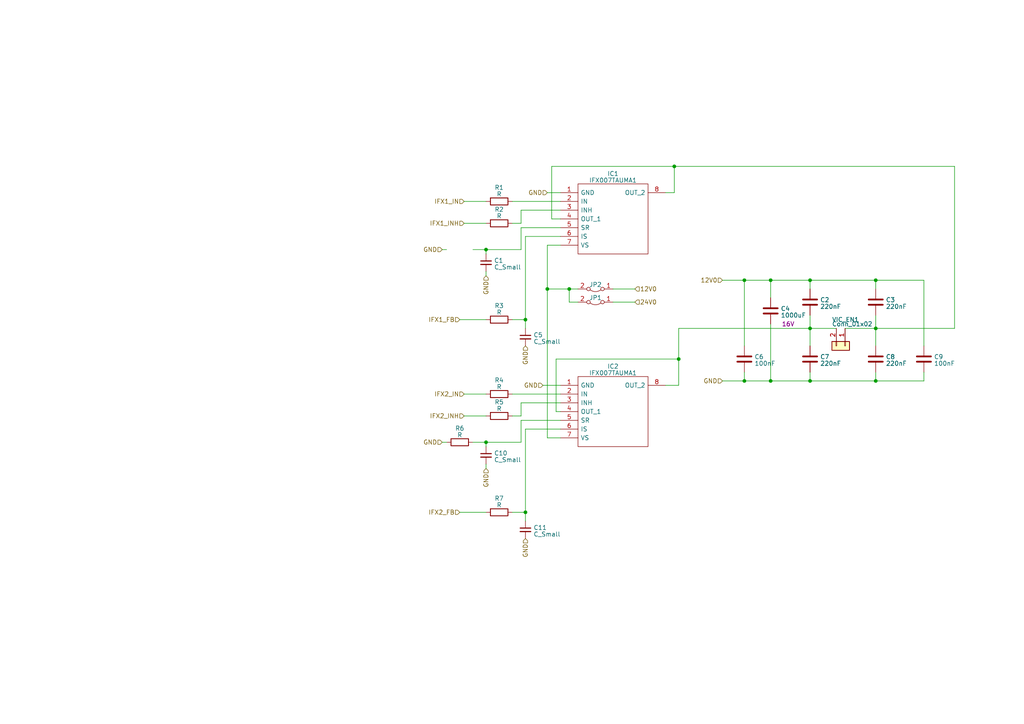
<source format=kicad_sch>
(kicad_sch (version 20230121) (generator eeschema)
  (paper "A4")
  (lib_symbols
    (symbol "Connector_Generic:Conn_01x02" (pin_names (offset 1.016) hide)
      (property "Reference" "J" (at 0 2.54 0))
      (property "Value" "Conn_01x02" (at 0 -5.08 0))
      (symbol "Conn_01x02_1_1"
        (rectangle (start -1.27 -2.413) (end 0 -2.667) (stroke (width 0.1524)))
        (rectangle (start -1.27 0.127) (end 0 -0.127) (stroke (width 0.1524)))
        (rectangle (start -1.27 1.27) (end 1.27 -3.81) (stroke (width 0.254)) (fill (type background)))
        (pin passive line (at -5.08 0 0) (length 3.81) (name "Pin_1") (number "1"))
        (pin passive line (at -5.08 -2.54 0) (length 3.81) (name "Pin_2") (number "2"))
      )
    )
    (symbol "Device:C" (pin_numbers hide) (pin_names (offset 0.254))
      (property "Reference" "C" (at 0.635 2.54 0))
      (property "Value" "C" (at 0.635 -2.54 0))
      (symbol "C_0_1"
        (polyline (pts (xy -2.032 -0.762) (xy 2.032 -0.762)) (stroke (width 0.508)))
        (polyline (pts (xy -2.032 0.762) (xy 2.032 0.762)) (stroke (width 0.508)))
      )
      (symbol "C_1_1"
        (pin passive line (at 0 3.81 270) (length 2.794) (name "~") (number "1"))
        (pin passive line (at 0 -3.81 90) (length 2.794) (name "~") (number "2"))
      )
    )
    (symbol "Device:C_Small" (pin_numbers hide) (pin_names (offset 0.254) hide)
      (property "Reference" "C" (at 0.254 1.778 0))
      (property "Value" "C_Small" (at 0.254 -2.032 0))
      (symbol "C_Small_0_1"
        (polyline (pts (xy -1.524 -0.508) (xy 1.524 -0.508)) (stroke (width 0.3302)))
        (polyline (pts (xy -1.524 0.508) (xy 1.524 0.508)) (stroke (width 0.3048)))
      )
      (symbol "C_Small_1_1"
        (pin passive line (at 0 2.54 270) (length 2.032) (name "~") (number "1"))
        (pin passive line (at 0 -2.54 90) (length 2.032) (name "~") (number "2"))
      )
    )
    (symbol "Device:R" (pin_numbers hide) (pin_names (offset 0))
      (property "Reference" "R" (at 2.032 0 90))
      (property "Value" "R" (at 0 0 90))
      (symbol "R_0_1"
        (rectangle (start -1.016 -2.54) (end 1.016 2.54) (stroke (width 0.254)))
      )
      (symbol "R_1_1"
        (pin passive line (at 0 3.81 270) (length 1.27) (name "~") (number "1"))
        (pin passive line (at 0 -3.81 90) (length 1.27) (name "~") (number "2"))
      )
    )
    (symbol "IFX007TAUMA1:IFX007TAUMA1" (pin_names (offset 0.762))
      (property "Reference" "IC" (at 26.67 7.62 0))
      (property "Value" "IFX007TAUMA1" (at 26.67 5.08 0))
      (symbol "IFX007TAUMA1_0_0"
        (pin passive line (at 0 0 0) (length 5.08) (name "GND") (number "1"))
        (pin passive line (at 0 -2.54 0) (length 5.08) (name "IN") (number "2"))
        (pin passive line (at 0 -5.08 0) (length 5.08) (name "INH") (number "3"))
        (pin passive line (at 0 -7.62 0) (length 5.08) (name "OUT_1") (number "4"))
        (pin passive line (at 0 -10.16 0) (length 5.08) (name "SR") (number "5"))
        (pin passive line (at 0 -12.7 0) (length 5.08) (name "IS") (number "6"))
        (pin passive line (at 0 -15.24 0) (length 5.08) (name "VS") (number "7"))
        (pin passive line (at 30.48 0 180) (length 5.08) (name "OUT_2") (number "8"))
      )
      (symbol "IFX007TAUMA1_0_1"
        (polyline (pts (xy 5.08 2.54) (xy 25.4 2.54) (xy 25.4 -17.78) (xy 5.08 -17.78) (xy 5.08 2.54)) (stroke (width 0.1524)))
      )
    )
    (symbol "Jumper:Jumper_2_Bridged" (pin_names (offset 0) hide)
      (property "Reference" "JP" (at 0 1.905 0))
      (property "Value" "Jumper_2_Bridged" (at 0 -2.54 0))
      (symbol "Jumper_2_Bridged_0_0"
        (circle (center -2.032 0) (radius 0.508))
        (circle (center 2.032 0) (radius 0.508))
      )
      (symbol "Jumper_2_Bridged_0_1"
        (arc (start 1.524 0.254) (mid 0 0.762) (end -1.524 0.254))
      )
      (symbol "Jumper_2_Bridged_1_1"
        (pin passive line (at -5.08 0 0) (length 2.54) (name "A") (number "1"))
        (pin passive line (at 5.08 0 180) (length 2.54) (name "B") (number "2"))
      )
    )
  )
  (junction (at 195.58 48.26))
  (junction (at 165.1 83.82))
  (junction (at 152.4 92.71))
  (junction (at 254 95.25))
  (junction (at 223.52 110.49))
  (junction (at 215.9 81.28))
  (junction (at 140.97 72.39))
  (junction (at 140.97 128.27))
  (junction (at 234.95 81.28))
  (junction (at 215.9 110.49))
  (junction (at 234.95 95.25))
  (junction (at 234.95 110.49))
  (junction (at 254 81.28))
  (junction (at 158.75 83.82))
  (junction (at 196.85 104.14))
  (junction (at 254 110.49))
  (junction (at 152.4 148.59))
  (junction (at 223.52 81.28))
  (wire (pts (xy 161.29 104.14) (xy 161.29 119.38)))
  (wire (pts (xy 162.56 124.46) (xy 152.4 124.46)))
  (wire (pts (xy 223.52 81.28) (xy 234.95 81.28)))
  (wire (pts (xy 223.52 81.28) (xy 223.52 86.36)))
  (wire (pts (xy 148.59 114.3) (xy 162.56 114.3)))
  (wire (pts (xy 128.27 128.27) (xy 129.54 128.27)))
  (wire (pts (xy 162.56 60.96) (xy 151.13 60.96)))
  (wire (pts (xy 276.86 95.25) (xy 276.86 48.26)))
  (wire (pts (xy 215.9 107.95) (xy 215.9 110.49)))
  (wire (pts (xy 148.59 92.71) (xy 152.4 92.71)))
  (wire (pts (xy 162.56 68.58) (xy 152.4 68.58)))
  (wire (pts (xy 140.97 128.27) (xy 151.13 128.27)))
  (wire (pts (xy 234.95 107.95) (xy 234.95 110.49)))
  (wire (pts (xy 223.52 110.49) (xy 234.95 110.49)))
  (wire (pts (xy 234.95 95.25) (xy 242.57 95.25)))
  (wire (pts (xy 140.97 78.74) (xy 140.97 80.01)))
  (wire (pts (xy 148.59 148.59) (xy 152.4 148.59)))
  (wire (pts (xy 152.4 124.46) (xy 152.4 148.59)))
  (wire (pts (xy 162.56 66.04) (xy 151.13 66.04)))
  (wire (pts (xy 162.56 127) (xy 158.75 127)))
  (wire (pts (xy 134.62 64.77) (xy 140.97 64.77)))
  (wire (pts (xy 267.97 81.28) (xy 254 81.28)))
  (wire (pts (xy 196.85 95.25) (xy 234.95 95.25)))
  (wire (pts (xy 137.16 128.27) (xy 140.97 128.27)))
  (wire (pts (xy 148.59 64.77) (xy 151.13 64.77)))
  (wire (pts (xy 167.64 83.82) (xy 165.1 83.82)))
  (wire (pts (xy 184.15 83.82) (xy 177.8 83.82)))
  (wire (pts (xy 134.62 120.65) (xy 140.97 120.65)))
  (wire (pts (xy 215.9 81.28) (xy 215.9 100.33)))
  (wire (pts (xy 234.95 81.28) (xy 234.95 83.82)))
  (wire (pts (xy 165.1 83.82) (xy 165.1 87.63)))
  (wire (pts (xy 140.97 128.27) (xy 140.97 129.54)))
  (wire (pts (xy 151.13 116.84) (xy 151.13 120.65)))
  (wire (pts (xy 215.9 81.28) (xy 223.52 81.28)))
  (wire (pts (xy 158.75 71.12) (xy 158.75 83.82)))
  (wire (pts (xy 215.9 110.49) (xy 223.52 110.49)))
  (wire (pts (xy 162.56 71.12) (xy 158.75 71.12)))
  (wire (pts (xy 196.85 111.76) (xy 196.85 104.14)))
  (wire (pts (xy 254 110.49) (xy 267.97 110.49)))
  (wire (pts (xy 254 107.95) (xy 254 110.49)))
  (wire (pts (xy 254 91.44) (xy 254 95.25)))
  (wire (pts (xy 162.56 111.76) (xy 157.48 111.76)))
  (wire (pts (xy 140.97 134.62) (xy 140.97 135.89)))
  (wire (pts (xy 267.97 100.33) (xy 267.97 81.28)))
  (wire (pts (xy 148.59 58.42) (xy 162.56 58.42)))
  (wire (pts (xy 254 81.28) (xy 254 83.82)))
  (wire (pts (xy 162.56 55.88) (xy 158.75 55.88)))
  (wire (pts (xy 140.97 72.39) (xy 140.97 73.66)))
  (wire (pts (xy 209.55 110.49) (xy 215.9 110.49)))
  (wire (pts (xy 133.35 92.71) (xy 140.97 92.71)))
  (wire (pts (xy 152.4 148.59) (xy 152.4 151.13)))
  (wire (pts (xy 152.4 92.71) (xy 152.4 95.25)))
  (wire (pts (xy 134.62 58.42) (xy 140.97 58.42)))
  (wire (pts (xy 151.13 66.04) (xy 151.13 72.39)))
  (wire (pts (xy 184.15 87.63) (xy 177.8 87.63)))
  (wire (pts (xy 193.04 111.76) (xy 196.85 111.76)))
  (wire (pts (xy 137.16 72.39) (xy 140.97 72.39)))
  (wire (pts (xy 162.56 116.84) (xy 151.13 116.84)))
  (wire (pts (xy 167.64 87.63) (xy 165.1 87.63)))
  (wire (pts (xy 162.56 121.92) (xy 151.13 121.92)))
  (wire (pts (xy 234.95 81.28) (xy 254 81.28)))
  (wire (pts (xy 160.02 63.5) (xy 160.02 48.26)))
  (wire (pts (xy 276.86 48.26) (xy 195.58 48.26)))
  (wire (pts (xy 151.13 121.92) (xy 151.13 128.27)))
  (wire (pts (xy 234.95 91.44) (xy 234.95 95.25)))
  (wire (pts (xy 196.85 104.14) (xy 196.85 95.25)))
  (wire (pts (xy 151.13 60.96) (xy 151.13 64.77)))
  (wire (pts (xy 133.35 148.59) (xy 140.97 148.59)))
  (wire (pts (xy 128.27 72.39) (xy 129.54 72.39)))
  (wire (pts (xy 276.86 95.25) (xy 254 95.25)))
  (wire (pts (xy 245.11 95.25) (xy 254 95.25)))
  (wire (pts (xy 162.56 63.5) (xy 160.02 63.5)))
  (wire (pts (xy 234.95 110.49) (xy 254 110.49)))
  (wire (pts (xy 148.59 120.65) (xy 151.13 120.65)))
  (wire (pts (xy 254 95.25) (xy 254 100.33)))
  (wire (pts (xy 140.97 72.39) (xy 151.13 72.39)))
  (wire (pts (xy 223.52 93.98) (xy 223.52 110.49)))
  (wire (pts (xy 158.75 127) (xy 158.75 83.82)))
  (wire (pts (xy 267.97 107.95) (xy 267.97 110.49)))
  (wire (pts (xy 234.95 95.25) (xy 234.95 100.33)))
  (wire (pts (xy 161.29 104.14) (xy 196.85 104.14)))
  (wire (pts (xy 158.75 83.82) (xy 165.1 83.82)))
  (wire (pts (xy 152.4 68.58) (xy 152.4 92.71)))
  (wire (pts (xy 134.62 114.3) (xy 140.97 114.3)))
  (wire (pts (xy 160.02 48.26) (xy 195.58 48.26)))
  (wire (pts (xy 193.04 55.88) (xy 195.58 55.88)))
  (wire (pts (xy 162.56 119.38) (xy 161.29 119.38)))
  (wire (pts (xy 209.55 81.28) (xy 215.9 81.28)))
  (wire (pts (xy 195.58 48.26) (xy 195.58 55.88)))
  (hierarchical_label "GND" (shape input) (at 140.97 135.89 270))
  (hierarchical_label "GND" (shape input) (at 158.75 55.88 180))
  (hierarchical_label "IFX1_INH" (shape input) (at 134.62 64.77 180))
  (hierarchical_label "GND" (shape input) (at 209.55 110.49 180))
  (hierarchical_label "IFX2_FB" (shape input) (at 133.35 148.59 180))
  (hierarchical_label "GND" (shape input) (at 152.4 156.21 270))
  (hierarchical_label "GND" (shape input) (at 140.97 80.01 270))
  (hierarchical_label "IFX2_INH" (shape input) (at 134.62 120.65 180))
  (hierarchical_label "GND" (shape input) (at 152.4 100.33 270))
  (hierarchical_label "GND" (shape input) (at 157.48 111.76 180))
  (hierarchical_label "IFX1_IN" (shape input) (at 134.62 58.42 180))
  (hierarchical_label "IFX1_FB" (shape input) (at 133.35 92.71 180))
  (hierarchical_label "12V0" (shape input) (at 209.55 81.28 180))
  (hierarchical_label "12V0" (shape input) (at 184.15 83.82 0))
  (hierarchical_label "24V0" (shape input) (at 184.15 87.63 0))
  (hierarchical_label "GND" (shape input) (at 128.27 72.39 180))
  (hierarchical_label "GND" (shape input) (at 128.27 128.27 180))
  (hierarchical_label "IFX2_IN" (shape input) (at 134.62 114.3 180))
  (symbol (lib_id "IFX007TAUMA1:IFX007TAUMA1") (at 162.56 55.88 0) (unit 1)
    (property "Reference" "IC1" (at 177.8 50.3809 0))
    (property "Value" "IFX007TAUMA1" (at 177.8 52.3019 0))
    (property "Footprint" "KiCad:PG-TO263-7-1" (effects hide))
    (property "Datasheet" "https://www.infineon.com/dgdl/Infineon-IFX007T-DS-v01_00-EN.pdf?fileId=5546d46265f064ff0166433484070b75" (effects hide))
    (property "Description" "Gate Drivers" (effects hide))
    (property "Manufacturer_Name" "Infineon" (effects hide))
    (property "Manufacturer_Part_Number" "IFX007TAUMA1" (effects hide))
    (property "Mouser Part Number" "726-IFX007TAUMA1" (effects hide))
    (property "Mouser Price/Stock" "https://www.mouser.co.uk/ProductDetail/Infineon-Technologies/IFX007TAUMA1?qs=qSfuJ%252Bfl%2Fd7ZcDPqNlCgmA%3D%3D" (effects hide))
    (property "Arrow Part Number" "IFX007TAUMA1" (effects hide))
    (property "Arrow Price/Stock" "https://www.arrow.com/en/products/ifx007tauma1/infineon-technologies-ag?region=nac" (effects hide))
  )
  (symbol (lib_id "Connector_Generic:Conn_01x02") (at 245.11 100.33 270) (unit 1)
    (property "Reference" "VIC_EN1" (at 241.3 92.71 90) (effects (justify left)))
    (property "Value" "Conn_01x02" (at 241.3 93.98 90) (effects (justify left)))
    (property "Footprint" "Connector_Phoenix_MSTB:PhoenixContact_MSTBA_2,5_2-G-5,08_1x02_P5.08mm_Horizontal" (effects hide))
    (instances (project "rollo control" (path "" (reference "VIC_EN1") (unit 1)) (path "" (reference "DCDRIVE1") (unit 1))))
  )
  (symbol (lib_id "Device:R") (at 144.78 114.3 90) (unit 1)
    (property "Reference" "R4" (at 144.78 110.2741 90))
    (property "Value" "R" (at 144.78 112.1951 90))
    (property "Footprint" "Resistor_SMD:R_0201_0603Metric_Pad0.64x0.40mm_HandSolder" (effects hide))
  )
  (symbol (lib_id "Device:C") (at 234.95 104.14 0) (unit 1)
    (property "Reference" "C7" (at 237.871 103.4963 0) (effects (justify left)))
    (property "Value" "220nF" (at 237.871 105.4173 0) (effects (justify left)))
  )
  (symbol (lib_id "Device:C_Small") (at 140.97 76.2 0) (unit 1)
    (property "Reference" "C1" (at 143.2941 75.5626 0) (effects (justify left)))
    (property "Value" "C_Small" (at 143.2941 77.4836 0) (effects (justify left)))
  )
  (symbol (lib_id "Device:R") (at 144.78 58.42 90) (unit 1)
    (property "Reference" "R1" (at 144.78 54.3941 90))
    (property "Value" "R" (at 144.78 56.3151 90))
    (property "Footprint" "Resistor_SMD:R_0201_0603Metric_Pad0.64x0.40mm_HandSolder" (effects hide))
  )
  (symbol (lib_id "Device:C") (at 223.52 90.17 0) (unit 1)
    (property "Reference" "C4" (at 226.441 89.5263 0) (effects (justify left)))
    (property "Value" "1000uF" (at 226.441 91.4473 0) (effects (justify left)))
    (property "Footprint" "Capacitor_THT:C_Radial_D10.0mm_H16.0mm_P5.00mm" (effects hide))
    (property "Voltage" "16V" (at 228.6 93.98 0))
  )
  (symbol (lib_id "Jumper:Jumper_2_Bridged") (at 172.72 83.82 180) (unit 1)
    (property "Reference" "JP2" (at 172.72 82.55 0))
    (property "Value" "Jumper_2_Bridged" (effects hide))
    (instances (project "rollo control" (path "" (reference "JP2") (unit 1)) (path "" (reference "JP4") (unit 1)) (path "" (reference "JP2") (unit 1))))
  )
  (symbol (lib_id "Device:R") (at 144.78 148.59 90) (unit 1)
    (property "Reference" "R7" (at 144.78 144.5641 90))
    (property "Value" "R" (at 144.78 146.4851 90))
    (property "Footprint" "Resistor_SMD:R_0201_0603Metric_Pad0.64x0.40mm_HandSolder" (effects hide))
  )
  (symbol (lib_id "Device:C_Small") (at 152.4 97.79 0) (unit 1)
    (property "Reference" "C5" (at 154.7241 97.1526 0) (effects (justify left)))
    (property "Value" "C_Small" (at 154.7241 99.0736 0) (effects (justify left)))
  )
  (symbol (lib_id "IFX007TAUMA1:IFX007TAUMA1") (at 162.56 111.76 0) (unit 1)
    (property "Reference" "IC2" (at 177.8 106.2609 0))
    (property "Value" "IFX007TAUMA1" (at 177.8 108.1819 0))
    (property "Footprint" "kicad_customlib:PG-TO263-7-1" (effects hide))
    (property "Datasheet" "https://www.infineon.com/dgdl/Infineon-IFX007T-DS-v01_00-EN.pdf?fileId=5546d46265f064ff0166433484070b75" (effects hide))
    (property "Description" "Gate Drivers" (effects hide))
    (property "Manufacturer_Name" "Infineon" (effects hide))
    (property "Manufacturer_Part_Number" "IFX007TAUMA1" (effects hide))
    (property "Mouser Part Number" "726-IFX007TAUMA1" (effects hide))
    (property "Mouser Price/Stock" "https://www.mouser.co.uk/ProductDetail/Infineon-Technologies/IFX007TAUMA1?qs=qSfuJ%252Bfl%2Fd7ZcDPqNlCgmA%3D%3D" (effects hide))
    (property "Arrow Part Number" "IFX007TAUMA1" (effects hide))
    (property "Arrow Price/Stock" "https://www.arrow.com/en/products/ifx007tauma1/infineon-technologies-ag?region=nac" (effects hide))
  )
  (symbol (lib_id "Device:C_Small") (at 140.97 132.08 0) (unit 1)
    (property "Reference" "C10" (at 143.2941 131.4426 0) (effects (justify left)))
    (property "Value" "C_Small" (at 143.2941 133.3636 0) (effects (justify left)))
  )
  (symbol (lib_id "Device:C") (at 215.9 104.14 0) (unit 1)
    (property "Reference" "C6" (at 218.821 103.4963 0) (effects (justify left)))
    (property "Value" "100nF" (at 218.821 105.4173 0) (effects (justify left)))
  )
  (symbol (lib_id "Device:R") (at 144.78 64.77 90) (unit 1)
    (property "Reference" "R2" (at 144.78 60.7441 90))
    (property "Value" "R" (at 144.78 62.6651 90))
    (property "Footprint" "Resistor_SMD:R_0201_0603Metric_Pad0.64x0.40mm_HandSolder" (effects hide))
  )
  (symbol (lib_id "Device:C") (at 234.95 87.63 0) (unit 1)
    (property "Reference" "C2" (at 237.871 86.9863 0) (effects (justify left)))
    (property "Value" "220nF" (at 237.871 88.9073 0) (effects (justify left)))
  )
  (symbol (lib_id "Device:C_Small") (at 152.4 153.67 0) (unit 1)
    (property "Reference" "C11" (at 154.7241 153.0326 0) (effects (justify left)))
    (property "Value" "C_Small" (at 154.7241 154.9536 0) (effects (justify left)))
  )
  (symbol (lib_id "Device:C") (at 254 104.14 0) (unit 1)
    (property "Reference" "C8" (at 256.921 103.4963 0) (effects (justify left)))
    (property "Value" "220nF" (at 256.921 105.4173 0) (effects (justify left)))
  )
  (symbol (lib_id "Jumper:Jumper_2_Bridged") (at 172.72 87.63 180) (unit 1)
    (property "Reference" "JP1" (at 172.72 86.36 0))
    (property "Value" "Jumper_2_Bridged" (effects hide))
    (instances (project "rollo control" (path "" (reference "JP1") (unit 1)) (path "" (reference "JP3") (unit 1)) (path "" (reference "JP3") (unit 1))))
  )
  (symbol (lib_id "Device:C") (at 267.97 104.14 0) (unit 1)
    (property "Reference" "C9" (at 270.891 103.4963 0) (effects (justify left)))
    (property "Value" "100nF" (at 270.891 105.4173 0) (effects (justify left)))
  )
  (symbol (lib_id "Device:R") (at 144.78 120.65 90) (unit 1)
    (property "Reference" "R5" (at 144.78 116.6241 90))
    (property "Value" "R" (at 144.78 118.5451 90))
    (property "Footprint" "Resistor_SMD:R_0201_0603Metric_Pad0.64x0.40mm_HandSolder" (effects hide))
  )
  (symbol (lib_id "Device:C") (at 254 87.63 0) (unit 1)
    (property "Reference" "C3" (at 256.921 86.9863 0) (effects (justify left)))
    (property "Value" "220nF" (at 256.921 88.9073 0) (effects (justify left)))
  )
  (symbol (lib_id "Device:R") (at 133.35 128.27 90) (unit 1)
    (property "Reference" "R6" (at 133.35 124.2441 90))
    (property "Value" "R" (at 133.35 126.1651 90))
    (property "Footprint" "Resistor_SMD:R_0201_0603Metric_Pad0.64x0.40mm_HandSolder" (effects hide))
  )
  (symbol (lib_id "Device:R") (at 144.78 92.71 90) (unit 1)
    (property "Reference" "R3" (at 144.78 88.6841 90))
    (property "Value" "R" (at 144.78 90.6051 90))
    (property "Footprint" "Resistor_SMD:R_0201_0603Metric_Pad0.64x0.40mm_HandSolder" (effects hide))
  )
)
</source>
